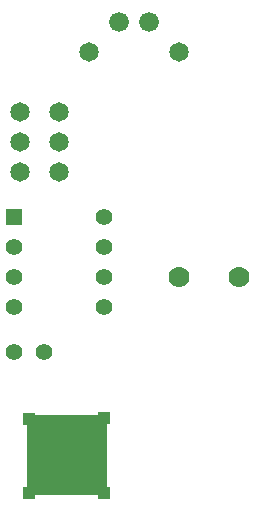
<source format=gbs>
G04 #@! TF.FileFunction,Soldermask,Bot*
%FSLAX46Y46*%
G04 Gerber Fmt 4.6, Leading zero omitted, Abs format (unit mm)*
G04 Created by KiCad (PCBNEW 4.0.7) date 02/16/20 19:44:05*
%MOMM*%
%LPD*%
G01*
G04 APERTURE LIST*
%ADD10C,0.150000*%
%ADD11C,1.651000*%
%ADD12R,1.397000X1.397000*%
%ADD13C,1.397000*%
%ADD14C,1.778000*%
%ADD15R,1.016000X1.016000*%
%ADD16R,6.858000X6.858000*%
%ADD17C,1.676400*%
G04 APERTURE END LIST*
D10*
D11*
X135890000Y-105410000D03*
X135890000Y-102870000D03*
X135890000Y-107950000D03*
X132588000Y-102870000D03*
X132588000Y-105410000D03*
X132588000Y-107950000D03*
D12*
X132080000Y-111760000D03*
D13*
X132080000Y-114300000D03*
X132080000Y-116840000D03*
X132080000Y-119380000D03*
X139700000Y-119380000D03*
X139700000Y-116840000D03*
X139700000Y-114300000D03*
X139700000Y-111760000D03*
D14*
X151130000Y-116840000D03*
X146050000Y-116840000D03*
D11*
X146050000Y-97790000D03*
X138430000Y-97790000D03*
D15*
X139700000Y-128778000D03*
X133350000Y-128905000D03*
X139700000Y-135128000D03*
X133350000Y-135128000D03*
D16*
X136525000Y-131953000D03*
D13*
X132080000Y-123190000D03*
X134620000Y-123190000D03*
D17*
X143510000Y-95250000D03*
X140970000Y-95250000D03*
M02*

</source>
